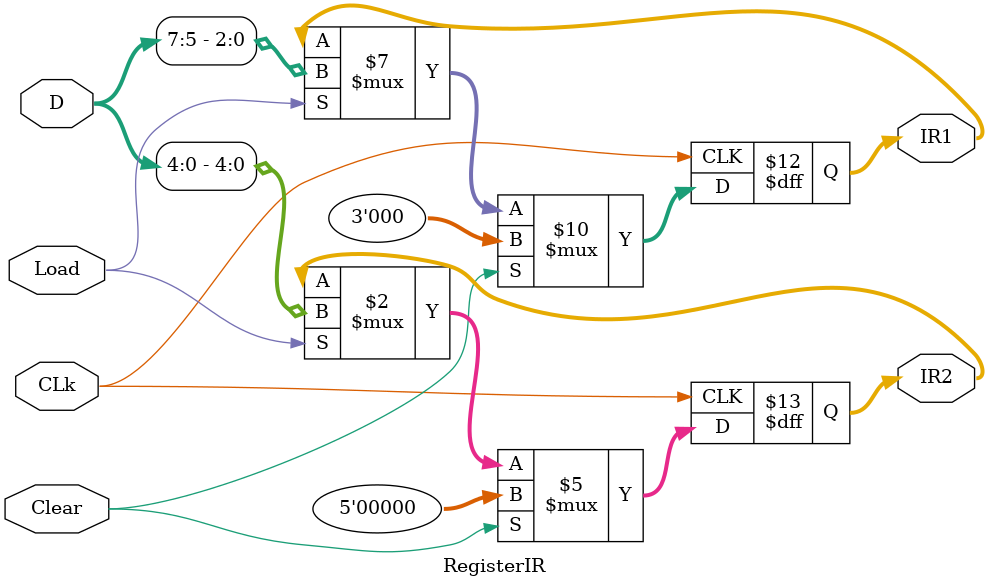
<source format=v>
module RegisterIR (
	input [7:0] D,
	input CLk,Load,Clear,
	output reg [2:0] IR1,
	output reg [4:0] IR2
);

	always @(posedge CLk) begin
		if (Clear) begin
			IR1 <= 3'b000;
			IR2 <= 5'b00000;
		end else if (Load) begin
			IR1 <= D[7:5];
			IR2 <= D[4:0];
		end
	end
	
endmodule
</source>
